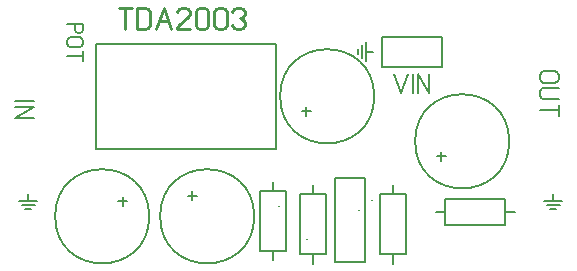
<source format=gbr>
%FSLAX34Y34*%
%MOMM*%
%LNSILK_TOP*%
G71*
G01*
%ADD10C,0.150*%
%ADD11C,0.167*%
%ADD12C,0.200*%
%ADD13C,0.222*%
%LPD*%
G54D10*
X215549Y84169D02*
X237724Y84169D01*
X237724Y33469D01*
X215549Y33469D01*
X215549Y84169D01*
G54D10*
X226636Y84369D02*
X226636Y92269D01*
G54D10*
X226636Y33369D02*
X226637Y25469D01*
G54D11*
X255561Y43727D02*
X255561Y43727D01*
G54D10*
X272101Y30819D02*
X249926Y30819D01*
X249927Y81519D01*
X272101Y81519D01*
X272101Y30819D01*
G54D10*
X261014Y30619D02*
X261014Y22719D01*
G54D10*
X261014Y81619D02*
X261014Y89519D01*
G54D11*
X232089Y71261D02*
X232089Y71261D01*
G54D10*
X279598Y23742D02*
X304998Y23742D01*
X304998Y95342D01*
X279598Y95342D01*
X279598Y23742D01*
G54D11*
X310390Y76397D02*
X310390Y76397D01*
G54D10*
X103582Y75500D02*
X95982Y75500D01*
G54D10*
X99782Y71700D02*
X99782Y79300D01*
G54D10*
G75*
G01X122126Y62800D02*
G03X122126Y62800I-39850J0D01*
G01*
G54D10*
X372753Y55264D02*
X372753Y77439D01*
X423453Y77439D01*
X423453Y55264D01*
X372753Y55264D01*
G54D10*
X372553Y66351D02*
X364653Y66351D01*
G54D10*
X423553Y66351D02*
X431453Y66351D01*
G54D11*
X413195Y95276D02*
X413195Y95276D01*
G54D10*
X365770Y113600D02*
X373370Y113600D01*
G54D10*
X369570Y117400D02*
X369570Y109800D01*
G54D10*
G75*
G01X426926Y126300D02*
G03X426926Y126300I-39850J0D01*
G01*
G54D10*
X158476Y84106D02*
X158476Y76506D01*
G54D10*
X162276Y80306D02*
X154676Y80306D01*
G54D10*
G75*
G01X211026Y62800D02*
G03X211026Y62800I-39850J0D01*
G01*
G54D10*
X251470Y151700D02*
X259070Y151700D01*
G54D10*
X255270Y155500D02*
X255270Y147900D01*
G54D10*
G75*
G01X312626Y164400D02*
G03X312626Y164400I-39850J0D01*
G01*
G54D10*
X339749Y30874D02*
X317573Y30874D01*
X317574Y81574D01*
X339749Y81574D01*
X339749Y30874D01*
G54D10*
X328661Y30674D02*
X328661Y22774D01*
G54D10*
X328661Y81674D02*
X328661Y89574D01*
G54D11*
X299737Y67815D02*
X299737Y67815D01*
G54D12*
X328950Y182914D02*
X334950Y166914D01*
X340950Y182914D01*
G54D12*
X345350Y166914D02*
X345350Y182914D01*
G54D12*
X349750Y166914D02*
X349750Y182914D01*
X359350Y166914D01*
X359350Y182914D01*
G54D10*
X319154Y189088D02*
X319154Y214488D01*
X369954Y214488D01*
X369954Y189088D01*
X319154Y189088D01*
G54D12*
X77470Y208850D02*
X229870Y208850D01*
X229870Y119950D01*
X77470Y119950D01*
X77470Y208850D01*
G54D13*
X101853Y221550D02*
X101853Y239328D01*
G54D13*
X96520Y239328D02*
X107187Y239328D01*
G54D13*
X112076Y221550D02*
X112076Y239328D01*
X118743Y239328D01*
X121409Y238217D01*
X122743Y235994D01*
X122743Y224883D01*
X121409Y222661D01*
X118743Y221550D01*
X112076Y221550D01*
G54D13*
X127632Y221550D02*
X134299Y239328D01*
X140965Y221550D01*
G54D13*
X130299Y228217D02*
X138299Y228217D01*
G54D13*
X156521Y221550D02*
X145854Y221550D01*
X145854Y222661D01*
X147187Y224883D01*
X155187Y231550D01*
X156521Y233772D01*
X156521Y235994D01*
X155187Y238217D01*
X152521Y239328D01*
X149854Y239328D01*
X147187Y238217D01*
X145854Y235994D01*
G54D13*
X172077Y235994D02*
X172077Y224883D01*
X170743Y222661D01*
X168077Y221550D01*
X165410Y221550D01*
X162743Y222661D01*
X161410Y224883D01*
X161410Y235994D01*
X162743Y238217D01*
X165410Y239328D01*
X168077Y239328D01*
X170743Y238217D01*
X172077Y235994D01*
G54D13*
X187633Y235994D02*
X187633Y224883D01*
X186299Y222661D01*
X183633Y221550D01*
X180966Y221550D01*
X178299Y222661D01*
X176966Y224883D01*
X176966Y235994D01*
X178299Y238217D01*
X180966Y239328D01*
X183633Y239328D01*
X186299Y238217D01*
X187633Y235994D01*
G54D13*
X192522Y235994D02*
X193855Y238217D01*
X196522Y239328D01*
X199189Y239328D01*
X201855Y238217D01*
X203189Y235994D01*
X203189Y233772D01*
X201855Y231550D01*
X199189Y230439D01*
X201855Y229328D01*
X203189Y227106D01*
X203189Y224883D01*
X201855Y222661D01*
X199189Y221550D01*
X196522Y221550D01*
X193855Y222661D01*
X192522Y224883D01*
G54D12*
X8415Y160045D02*
X24415Y160045D01*
G54D12*
X8415Y155645D02*
X24415Y155645D01*
X8415Y146045D01*
X24415Y146045D01*
G54D12*
X465915Y175845D02*
X455915Y175845D01*
X453915Y177045D01*
X452915Y179445D01*
X452915Y181845D01*
X453915Y184245D01*
X455915Y185445D01*
X465915Y185445D01*
X467915Y184245D01*
X468915Y181845D01*
X468915Y179445D01*
X467915Y177045D01*
X465915Y175845D01*
G54D12*
X468915Y171445D02*
X455915Y171445D01*
X453915Y170245D01*
X452915Y167845D01*
X452915Y165445D01*
X453915Y163045D01*
X455915Y161845D01*
X468915Y161845D01*
G54D12*
X452915Y152645D02*
X468915Y152645D01*
G54D12*
X468915Y157445D02*
X468915Y147845D01*
G54D12*
X311821Y202317D02*
X305470Y202317D01*
G54D12*
X305470Y194380D02*
X305471Y210255D01*
G54D12*
X302296Y207874D02*
X302296Y196761D01*
G54D12*
X299121Y199936D02*
X299121Y204698D01*
G54D12*
X19557Y81968D02*
X19557Y75618D01*
G54D12*
X27494Y75618D02*
X11620Y75618D01*
G54D12*
X14001Y72443D02*
X25113Y72443D01*
G54D12*
X21938Y69268D02*
X17176Y69268D01*
G54D12*
X464057Y81968D02*
X464057Y75618D01*
G54D12*
X471994Y75618D02*
X456120Y75618D01*
G54D12*
X458501Y72443D02*
X469613Y72443D01*
G54D12*
X466438Y69268D02*
X461676Y69268D01*
G54D11*
X52434Y225908D02*
X65767Y225908D01*
X65767Y220908D01*
X64934Y218908D01*
X63267Y217908D01*
X61601Y217908D01*
X59934Y218908D01*
X59101Y220908D01*
X59101Y225908D01*
G54D11*
X63267Y206241D02*
X54934Y206241D01*
X53267Y207241D01*
X52434Y209241D01*
X52434Y211241D01*
X53267Y213241D01*
X54934Y214241D01*
X63267Y214241D01*
X64934Y213241D01*
X65767Y211241D01*
X65767Y209241D01*
X64934Y207241D01*
X63267Y206241D01*
G54D11*
X52434Y198574D02*
X65767Y198574D01*
G54D11*
X65767Y202574D02*
X65767Y194574D01*
M02*

</source>
